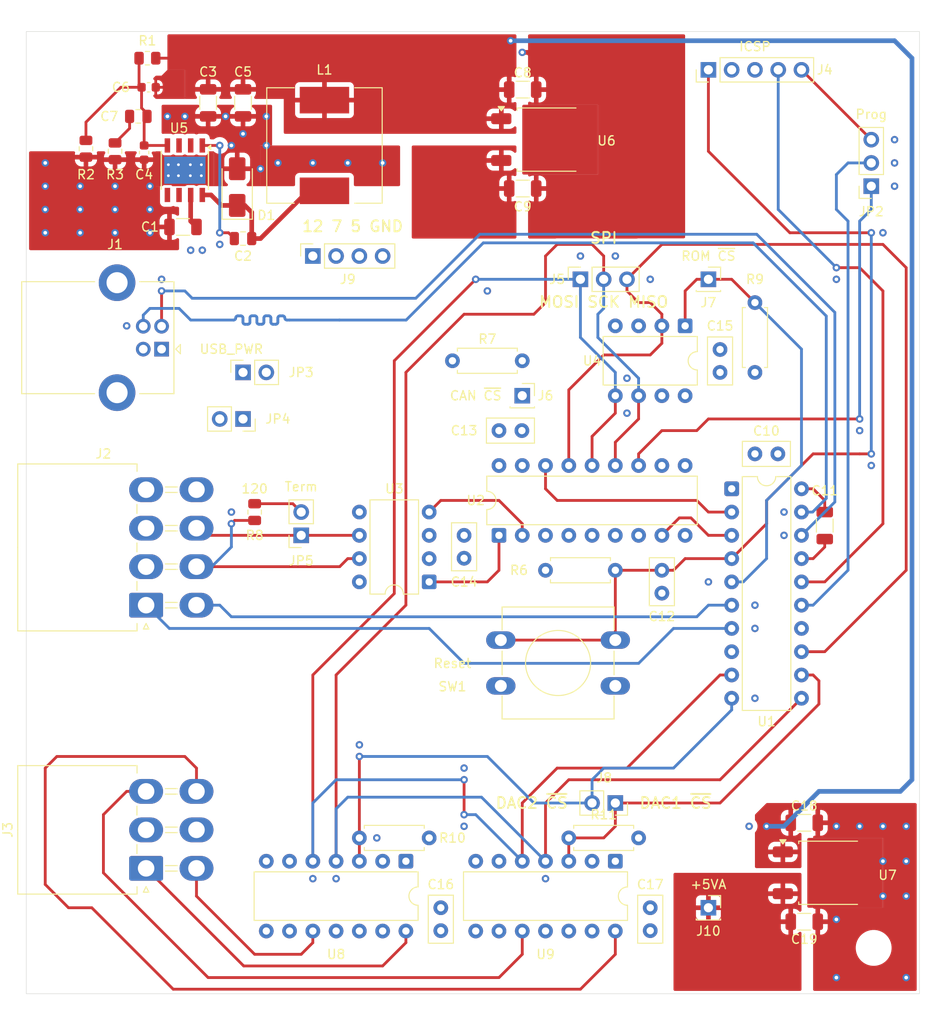
<source format=kicad_pcb>
(kicad_pcb (version 20241229) (generator "pcbnew") (generator_version "9.0")
  (title_block (title "CAN Gauge Interface") (date "2025-09-27") (rev "0.1") (company "Sam Anthony"))
  (layers (0 "F.Cu" signal) (4 "In1.Cu" signal) (6 "In2.Cu" signal) (2 "B.Cu" power) (13 "F.Paste" user) (15 "B.Paste" user) (5 "F.SilkS" user "F.Silkscreen") (7 "B.SilkS" user "B.Silkscreen") (1 "F.Mask" user) (3 "B.Mask" user) (25 "Edge.Cuts" user))
  (net 0 "")
  (net 1 "GND")
  (net 2 "+12V")
  (net 3 "Net-(U5-BOOT)")
  (net 4 "+7V")
  (net 5 "Net-(C7-Pad2)")
  (net 6 "+5V")
  (net 7 "Net-(U1-Vusb3v3)")
  (net 8 "/~{MCLR}")
  (net 9 "+5VA")
  (net 10 "/USB_D+")
  (net 11 "/USB_D-")
  (net 12 "VBUS")
  (net 15 "/CAN_L")
  (net 16 "/Speed")
  (net 17 "/Tach")
  (net 18 "/CAN_H")
  (net 19 "/AN4")
  (net 20 "/AN2")
  (net 21 "/AN3")
  (net 22 "/AN1")
  (net 23 "/ICSP_CLK")
  (net 24 "/ICSP_DAT")
  (net 25 "/SCK")
  (net 26 "/MOSI")
  (net 27 "/MISO")
  (net 28 "/CAN_~{CS}")
  (net 29 "/ROM_~{CS}")
  (net 30 "/DAC2_~{CS}")
  (net 31 "/DAC1_~{CS}")
  (net 32 "/INT{slash}ICSP_CLK")
  (net 33 "/INT")
  (net 34 "Net-(JP5-B)")
  (net 36 "/CLK")
  (net 39 "/CAN_RX")
  (net 40 "/CAN_TX")
  (net 53 "/PH")
  (net 54 "/sense")
  (footprint "Connector_PinSocket_2.54mm:PinSocket_1x01_P2.54mm_Vertical" (layer "F.Cu") (at 124.46 129.54)
    (property "Reference" "J7")
    (property "Value" "ROM ~{CS}")
  )
  (footprint "Capacitor_SMD:C_1206_3216Metric" (layer "F.Cu") (at 104.189 119.634)
    (property "Reference" "C9")
    (property "Value" "10u" (hide yes))
  )
  (footprint "Capacitor_SMD:C_0805_2012Metric" (layer "F.Cu") (at 62.23 111.76 180)
    (property "Reference" "C7")
    (property "Value" "47n" (hide yes))
  )
  (footprint "Connector_PinSocket_2.54mm:PinSocket_1x04_P2.54mm_Vertical" (layer "F.Cu") (at 81.28 127 90)
    (property "Reference" "J9")
    (property "Value" "Conn_01x04_Socket" (hide yes))
  )
  (footprint "MountingHole:MountingHole_3.2mm_M3_DIN965" (layer "F.Cu") (at 55 202.5)
    (property "Reference" "H1" (hide yes))
    (property "Value" "MountingHole" (hide yes))
  )
  (footprint "Capacitor_SMD:C_1206_3216Metric" (layer "F.Cu") (at 134.923 199.644)
    (property "Reference" "C19")
    (property "Value" "10u" (hide yes))
  )
  (footprint "Resistor_THT:R_Axial_DIN0207_L6.3mm_D2.5mm_P7.62mm_Horizontal" (layer "F.Cu") (at 93.98 190.5 180)
    (property "Reference" "R10")
    (property "Value" "10k" (hide yes))
  )
  (footprint "Capacitor_SMD:C_1206_3216Metric" (layer "F.Cu") (at 134.923 188.849)
    (property "Reference" "C18")
    (property "Value" "10u" (hide yes))
  )
  (footprint "Package_TO_SOT_SMD:TO-252-2" (layer "F.Cu") (at 106.894 114.294)
    (property "Reference" "U6")
    (property "Value" "L78M05AB" (hide yes))
  )
  (footprint "Capacitor_THT:C_Disc_D5.0mm_W2.5mm_P2.50mm" (layer "F.Cu") (at 95.25 198.12 -90)
    (property "Reference" "C16")
    (property "Value" "100n" (hide yes))
  )
  (footprint "MountingHole:MountingHole_3.2mm_M3_DIN965" (layer "F.Cu") (at 142.5 202.5)
    (property "Reference" "H2" (hide yes))
    (property "Value" "MountingHole" (hide yes))
  )
  (footprint "Capacitor_SMD:C_0603_1608Metric" (layer "F.Cu") (at 62.865 115.71 -90)
    (property "Reference" "C4")
    (property "Value" "220p" (hide yes))
  )
  (footprint "Connector_Molex:Molex_Mini-Fit_Jr_5569-06A2_2x03_P4.20mm_Horizontal" (layer "F.Cu") (at 63.08 193.82 90)
    (property "Reference" "J3")
    (property "Value" "Analog")
  )
  (footprint "Resistor_SMD:R_0805_2012Metric" (layer "F.Cu") (at 63.2225 105.41)
    (property "Reference" "R1")
    (property "Value" "10k" (hide yes))
  )
  (footprint "Connector_USB:USB_B_Lumberg_2411_02_Horizontal" (layer "F.Cu") (at 64.77 137.16 180)
    (property "Reference" "J1")
    (property "Value" "USB_B" (hide yes))
  )
  (footprint "Connector_PinSocket_2.54mm:PinSocket_1x02_P2.54mm_Vertical" (layer "F.Cu") (at 80.01 157.48 180)
    (property "Reference" "JP5")
    (property "Value" "Term")
  )
  (footprint "Capacitor_SMD:C_0603_1608Metric" (layer "F.Cu") (at 63.36 108.585)
    (property "Reference" "C6")
    (property "Value" "3300p" (hide yes))
  )
  (footprint "Inductor_SMD:L_12x12mm_H8mm" (layer "F.Cu") (at 82.55 114.935 90)
    (property "Reference" "L1")
    (property "Value" "150u" (hide yes))
  )
  (footprint "MountingHole:MountingHole_3.2mm_M3_DIN965" (layer "F.Cu") (at 55 107.5)
    (property "Reference" "H4" (hide yes))
    (property "Value" "MountingHole" (hide yes))
  )
  (footprint "Resistor_SMD:R_0805_2012Metric" (layer "F.Cu") (at 56.515 115.2925 -90)
    (property "Reference" "R2")
    (property "Value" "3k24" (hide yes))
  )
  (footprint "Resistor_THT:R_Axial_DIN0207_L6.3mm_D2.5mm_P7.62mm_Horizontal" (layer "F.Cu") (at 106.68 161.29)
    (property "Reference" "R6")
    (property "Value" "10k" (hide yes))
  )
  (footprint "Connector_PinSocket_2.54mm:PinSocket_1x02_P2.54mm_Vertical" (layer "F.Cu") (at 114.3 186.69 -90)
    (property "Reference" "J8")
    (property "Value" "DAC ~{CS}" (hide yes))
  )
  (footprint "Button_Switch_THT:SW_PUSH-12mm" (layer "F.Cu") (at 114.3 173.91 180)
    (property "Reference" "SW1")
    (property "Value" "Reset")
  )
  (footprint "Capacitor_SMD:C_1206_3216Metric" (layer "F.Cu") (at 69.85 110.285 -90)
    (property "Reference" "C3")
    (property "Value" "22u" (hide yes))
  )
  (footprint "Connector_PinSocket_2.54mm:PinSocket_1x01_P2.54mm_Vertical" (layer "F.Cu") (at 104.14 142.24)
    (property "Reference" "J6")
    (property "Value" "CAN ~{CS}")
  )
  (footprint "Resistor_THT:R_Axial_DIN0207_L6.3mm_D2.5mm_P7.62mm_Horizontal" (layer "F.Cu") (at 129.54 139.7 90)
    (property "Reference" "R9")
    (property "Value" "10k" (hide yes))
  )
  (footprint "Connector_PinSocket_2.54mm:PinSocket_1x03_P2.54mm_Vertical" (layer "F.Cu") (at 142.24 119.38 180)
    (property "Reference" "JP2")
    (property "Value" "Prog")
  )
  (footprint "Package_DIP:DIP-14_W7.62mm" (layer "F.Cu") (at 91.44 193.04 -90)
    (property "Reference" "U8")
    (property "Value" "MCP4912" (hide yes))
  )
  (footprint "Diode_SMD:D_SMA" (layer "F.Cu") (at 73.025 119.475 90)
    (property "Reference" "D1")
    (property "Value" "SS34" (hide yes))
  )
  (footprint "Connector_Molex:Molex_Mini-Fit_Jr_5569-08A2_2x04_P4.20mm_Horizontal" (layer "F.Cu") (at 63.08 165.1 90)
    (property "Reference" "J2")
    (property "Value" "Conn_02x04_Top_Bottom" (hide yes))
  )
  (footprint "Resistor_SMD:R_0805_2012Metric" (layer "F.Cu") (at 59.69 115.57 -90)
    (property "Reference" "R3")
    (property "Value" "2k7" (hide yes))
  )
  (footprint "Package_DIP:DIP-8_W7.62mm" (layer "F.Cu") (at 93.98 162.56 180)
    (property "Reference" "U3")
    (property "Value" "MCP2561-E-P" (hide yes))
  )
  (footprint "Resistor_THT:R_Axial_DIN0207_L6.3mm_D2.5mm_P7.62mm_Horizontal" (layer "F.Cu") (at 96.52 138.43)
    (property "Reference" "R7")
    (property "Value" "10k" (hide yes))
  )
  (footprint "Capacitor_SMD:C_1206_3216Metric" (layer "F.Cu") (at 73.66 110.285 -90)
    (property "Reference" "C5")
    (property "Value" "22u" (hide yes))
  )
  (footprint "Connector_PinHeader_2.54mm:PinHeader_1x05_P2.54mm_Vertical" (layer "F.Cu") (at 124.46 106.68 90)
    (property "Reference" "J4")
    (property "Value" "ICSP")
  )
  (footprint "Capacitor_THT:C_Disc_D5.0mm_W2.5mm_P2.50mm" (layer "F.Cu") (at 97.79 159.98 90)
    (property "Reference" "C14")
    (property "Value" "100n" (hide yes))
  )
  (footprint "Connector_PinSocket_2.54mm:PinSocket_1x03_P2.54mm_Vertical" (layer "F.Cu") (at 110.49 129.54 90)
    (property "Reference" "J5")
    (property "Value" "SPI Debug" (hide yes))
  )
  (footprint "Connector_PinSocket_2.54mm:PinSocket_1x02_P2.54mm_Vertical" (layer "F.Cu") (at 73.66 144.78 -90)
    (property "Reference" "JP4")
    (property "Value" "USB_PWR" (hide yes))
  )
  (footprint "Capacitor_SMD:C_1206_3216Metric" (layer "F.Cu") (at 104.189 108.839)
    (property "Reference" "C8")
    (property "Value" "10u" (hide yes))
  )
  (footprint "Connector_PinSocket_2.54mm:PinSocket_1x01_P2.54mm_Vertical" (layer "F.Cu") (at 124.46 198.12)
    (property "Reference" "J10")
    (property "Value" "+5VA")
  )
  (footprint "Package_DIP:DIP-20_W7.62mm" (layer "F.Cu") (at 127 152.4)
    (property "Reference" "U1")
    (property "Value" "PIC16F1459-IP" (hide yes))
  )
  (footprint "Capacitor_SMD:C_0805_2012Metric" (layer "F.Cu") (at 73.66 125.095)
    (property "Reference" "C2")
    (property "Value" "10n" (hide yes))
  )
  (footprint "Package_SO:TI_SO-PowerPAD-8_ThermalVias" (layer "F.Cu") (at 67.31 117.635 -90)
    (property "Reference" "U5")
    (property "Value" "TPS5430DDA" (hide yes))
  )
  (footprint "Capacitor_THT:C_Disc_D5.0mm_W2.5mm_P2.50mm" (layer "F.Cu") (at 119.38 161.29 -90)
    (property "Reference" "C12")
    (property "Value" "100n" (hide yes))
  )
  (footprint "Capacitor_THT:C_Disc_D5.0mm_W2.5mm_P2.50mm" (layer "F.Cu") (at 118.11 198.12 -90)
    (property "Reference" "C17")
    (property "Value" "100n" (hide yes))
  )
  (footprint "Resistor_SMD:R_0805_2012Metric" (layer "F.Cu") (at 74.93 154.94 -90)
    (property "Reference" "R8")
    (property "Value" "120")
  )
  (footprint "Capacitor_THT:C_Disc_D5.0mm_W2.5mm_P2.50mm" (layer "F.Cu") (at 129.54 148.59)
    (property "Reference" "C10")
    (property "Value" "100n" (hide yes))
  )
  (footprint "MountingHole:MountingHole_3.2mm_M3_DIN965" (layer "F.Cu") (at 142.5 107.5)
    (property "Reference" "H3" (hide yes))
    (property "Value" "MountingHole" (hide yes))
  )
  (footprint "Capacitor_THT:C_Disc_D5.0mm_W2.5mm_P2.50mm" (layer "F.Cu") (at 104.1 146.05 180)
    (property "Reference" "C13")
    (property "Value" "100n" (hide yes))
  )
  (footprint "Resistor_THT:R_Axial_DIN0207_L6.3mm_D2.5mm_P7.62mm_Horizontal" (layer "F.Cu") (at 116.84 190.5 180)
    (property "Reference" "R11")
    (property "Value" "10k" (hide yes))
  )
  (footprint "Connector_PinSocket_2.54mm:PinSocket_1x02_P2.54mm_Vertical" (layer "F.Cu") (at 73.66 139.7 90)
    (property "Reference" "JP3")
    (property "Value" "USB_PWR")
  )
  (footprint "Package_DIP:DIP-18_W7.62mm" (layer "F.Cu") (at 101.6 157.48 90)
    (property "Reference" "U2")
    (property "Value" "MCP2515-I/P" (hide yes))
  )
  (footprint "Capacitor_SMD:C_1206_3216Metric" (layer "F.Cu") (at 137.16 156.415 90)
    (property "Reference" "C11")
    (property "Value" "1u" (hide yes))
  )
  (footprint "Package_DIP:DIP-8_W7.62mm" (layer "F.Cu") (at 121.92 134.62 -90)
    (property "Reference" "U4")
    (property "Value" "25LC160C" (hide yes))
  )
  (footprint "Package_TO_SOT_SMD:TO-252-2" (layer "F.Cu") (at 137.628 194.304)
    (property "Reference" "U7")
    (property "Value" "L78M05AB" (hide yes))
  )
  (footprint "Capacitor_SMD:C_1206_3216Metric" (layer "F.Cu") (at 67.105 123.825 180)
    (property "Reference" "C1")
    (property "Value" "22u" (hide yes))
  )
  (footprint "Capacitor_THT:C_Disc_D5.0mm_W2.5mm_P2.50mm" (layer "F.Cu") (at 125.73 137.2 -90)
    (property "Reference" "C15")
    (property "Value" "100n" (hide yes))
  )
  (footprint "Package_DIP:DIP-14_W7.62mm" (layer "F.Cu") (at 114.3 193.04 -90)
    (property "Reference" "U9")
    (property "Value" "MCP4912" (hide yes))
  )
  (gr_rect (start 50 102.5) (end 147.5 207.5) (stroke (width 0.05)) (fill no) (layer "Edge.Cuts"))
  (gr_text "12 7 5 GND" (at 80.01 124.46 0) (layer "F.SilkS") (effects (font (size 1.2 1.2) (thickness 0.2) (bold yes)) (justify left bottom)))
  (gr_text "SPI" (at 113.03 125.73 0) (layer "F.SilkS") (effects (font (size 1.2 1.2) (thickness 0.2) (bold yes)) (justify bottom)))
  (gr_text "DAC2 ~{CS}" (at 109.22 186.69 0) (layer "F.SilkS") (effects (font (size 1.2 1.2) (thickness 0.2) (bold yes)) (justify right)))
  (gr_text "DAC1 ~{CS}" (at 116.84 186.69 0) (layer "F.SilkS") (effects (font (size 1.2 1.2) (thickness 0.2) (bold yes)) (justify left)))
  (gr_text "MOSI SCK MISO" (at 113.03 132.715 0) (layer "F.SilkS") (effects (font (size 1.2 1.2) (thickness 0.2) (bold yes)) (justify bottom)))
  (segment (start 134.62 152.4) (end 135.89 152.4) (width 0.3048) (layer "F.Cu") (net 1))
  (segment (start 105.664 105.664) (end 105.664 108.839) (width 0.508) (layer "F.Cu") (net 1))
  (segment (start 104.14 104.775) (end 104.775 104.775) (width 0.508) (layer "F.Cu") (net 1))
  (segment (start 137.16 153.67) (end 137.16 154.94) (width 0.3048) (layer "F.Cu") (net 1))
  (segment (start 104.775 104.775) (end 105.664 105.664) (width 0.508) (layer "F.Cu") (net 1))
  (segment (start 135.89 152.4) (end 137.16 153.67) (width 0.3048) (layer "F.Cu") (net 1))
  (via (at 71.755 111.76) (size 0.8128) (drill 0.4) (layers "F.Cu" "B.Cu") (net 1))
  (via (at 73.66 113.665) (size 0.8128) (drill 0.4) (layers "F.Cu" "B.Cu") (net 1))
  (via (at 63.5 124.46) (size 0.8128) (drill 0.4) (layers "F.Cu" "B.Cu") (net 1))
  (via (at 144.78 116.84) (size 0.8128) (drill 0.4) (layers "F.Cu" "B.Cu") (net 1))
  (via (at 146.05 196.85) (size 0.8128) (drill 0.4) (layers "F.Cu" "B.Cu") (net 1))
  (via (at 118.11 129.54) (size 0.8128) (drill 0.4) (layers "F.Cu" "B.Cu") (net 1))
  (via (at 67.31 111.76) (size 0.8128) (drill 0.4) (layers "F.Cu" "B.Cu") (net 1))
  (via (at 88.265 190.5) (size 0.8128) (drill 0.4) (layers "F.Cu" "B.Cu") (net 1))
  (via (at 138.43 199.39) (size 0.8128) (drill 0.4) (layers "F.Cu" "B.Cu") (net 1))
  (via (at 69.215 126.365) (size 0.8128) (drill 0.4) (layers "F.Cu" "B.Cu") (net 1))
  (via (at 146.05 193.04) (size 0.8128) (drill 0.4) (layers "F.Cu" "B.Cu") (net 1))
  (via (at 143.51 189.23) (size 0.8128) (drill 0.4) (layers "F.Cu" "B.Cu") (net 1))
  (via (at 75.565 117.475) (size 0.8128) (drill 0.4) (layers "F.Cu" "B.Cu") (net 1))
  (via (at 104.14 104.775) (size 0.8128) (drill 0.4) (layers "F.Cu" "B.Cu") (net 1))
  (via (at 65.405 111.76) (size 0.8128) (drill 0.4) (layers "F.Cu" "B.Cu") (net 1))
  (via (at 55.88 121.92) (size 0.8128) (drill 0.4) (layers "F.Cu" "B.Cu") (net 1))
  (via (at 138.43 189.23) (size 0.8128) (drill 0.4) (layers "F.Cu" "B.Cu") (net 1))
  (via (at 110.49 127) (size 0.8128) (drill 0.4) (layers "F.Cu" "B.Cu") (net 1))
  (via (at 128.905 189.23) (size 0.8128) (drill 0.4) (layers "F.Cu" "B.Cu") (net 1))
  (via (at 142.24 149.86) (size 0.8128) (drill 0.4) (layers "F.Cu" "B.Cu") (net 1))
  (via (at 144.78 114.3) (size 0.8128) (drill 0.4) (layers "F.Cu" "B.Cu") (net 1))
  (via (at 132.715 157.48) (size 0.8128) (drill 0.4) (layers "F.Cu" "B.Cu") (net 1))
  (via (at 143.51 124.46) (size 0.8128) (drill 0.4) (layers "F.Cu" "B.Cu") (net 1))
  (via (at 129.54 165.1) (size 0.8128) (drill 0.4) (layers "F.Cu" "B.Cu") (net 1))
  (via (at 52.07 119.38) (size 0.8128) (drill 0.4) (layers "F.Cu" "B.Cu") (net 1))
  (via (at 146.05 205.74) (size 0.8128) (drill 0.4) (layers "F.Cu" "B.Cu") (net 1))
  (via (at 59.69 121.92) (size 0.8128) (drill 0.4) (layers "F.Cu" "B.Cu") (net 1))
  (via (at 115.57 140.335) (size 0.8128) (drill 0.4) (layers "F.Cu" "B.Cu") (net 1))
  (via (at 55.88 119.38) (size 0.8128) (drill 0.4) (layers "F.Cu" "B.Cu") (net 1))
  (via (at 106.68 194.945) (size 0.8128) (drill 0.4) (layers "F.Cu" "B.Cu") (net 1))
  (via (at 76.2 114.935) (size 0.8128) (drill 0.4) (layers "F.Cu" "B.Cu") (net 1))
  (via (at 140.97 189.23) (size 0.8128) (drill 0.4) (layers "F.Cu" "B.Cu") (net 1))
  (via (at 60.96 134.62) (size 0.8128) (drill 0.4) (layers "F.Cu" "B.Cu") (net 1))
  (via (at 115.57 144.145) (size 0.8128) (drill 0.4) (layers "F.Cu" "B.Cu") (net 1))
  (via (at 71.12 125.73) (size 0.8128) (drill 0.4) (layers "F.Cu" "B.Cu") (net 1))
  (via (at 88.9 116.84) (size 0.8128) (drill 0.4) (layers "F.Cu" "B.Cu") (net 1))
  (via (at 138.43 205.74) (size 0.8128) (drill 0.4) (layers "F.Cu" "B.Cu") (net 1))
  (via (at 100.33 130.81) (size 0.8128) (drill 0.4) (layers "F.Cu" "B.Cu") (net 1))
  (via (at 52.07 116.84) (size 0.8128) (drill 0.4) (layers "F.Cu" "B.Cu") (net 1))
  (via (at 72.39 114.935) (size 0.8128) (drill 0.4) (layers "F.Cu" "B.Cu") (net 1))
  (via (at 64.77 129.54) (size 0.8128) (drill 0.4) (layers "F.Cu" "B.Cu") (net 1))
  (via (at 63.5 121.92) (size 0.8128) (drill 0.4) (layers "F.Cu" "B.Cu") (net 1))
  (via (at 97.79 189.23) (size 0.8128) (drill 0.4) (layers "F.Cu" "B.Cu") (net 1))
  (via (at 52.07 124.46) (size 0.8128) (drill 0.4) (layers "F.Cu" "B.Cu") (net 1))
  (via (at 144.78 119.38) (size 0.8128) (drill 0.4) (layers "F.Cu" "B.Cu") (net 1))
  (via (at 83.82 194.945) (size 0.8128) (drill 0.4) (layers "F.Cu" "B.Cu") (net 1))
  (via (at 138.43 129.54) (size 0.8128) (drill 0.4) (layers "F.Cu" "B.Cu") (net 1))
  (via (at 146.05 189.23) (size 0.8128) (drill 0.4) (layers "F.Cu" "B.Cu") (net 1))
  (via (at 72.39 154.94) (size 0.8128) (drill 0.4) (layers "F.Cu" "B.Cu") (net 1))
  (via (at 59.69 119.38) (size 0.8128) (drill 0.4) (layers "F.Cu" "B.Cu") (net 1))
  (via (at 129.54 175.26) (size 0.8128) (drill 0.4) (layers "F.Cu" "B.Cu") (net 1))
  (via (at 81.28 194.945) (size 0.8128) (drill 0.4) (layers "F.Cu" "B.Cu") (net 1))
  (via (at 97.79 182.88) (size 0.8128) (drill 0.4) (layers "F.Cu" "B.Cu") (net 1))
  (via (at 124.46 162.56) (size 0.8128) (drill 0.4) (layers "F.Cu" "B.Cu") (net 1))
  (via (at 55.88 124.46) (size 0.8128) (drill 0.4) (layers "F.Cu" "B.Cu") (net 1))
  (via (at 132.715 154.94) (size 0.8128) (drill 0.4) (layers "F.Cu" "B.Cu") (net 1))
  (via (at 143.51 196.85) (size 0.8128) (drill 0.4) (layers "F.Cu" "B.Cu") (net 1))
  (via (at 63.5 119.38) (size 0.8128) (drill 0.4) (layers "F.Cu" "B.Cu") (net 1))
  (via (at 59.69 124.46) (size 0.8128) (drill 0.4) (layers "F.Cu" "B.Cu") (net 1))
  (via (at 76.2 111.76) (size 0.8128) (drill 0.4) (layers "F.Cu" "B.Cu") (net 1))
  (via (at 77.47 116.84) (size 0.8128) (drill 0.4) (layers "F.Cu" "B.Cu") (net 1))
  (via (at 86.36 180.34) (size 0.8128) (drill 0.4) (layers "F.Cu" "B.Cu") (net 1))
  (via (at 129.54 167.64) (size 0.8128) (drill 0.4) (layers "F.Cu" "B.Cu") (net 1))
  (via (at 143.51 193.04) (size 0.8128) (drill 0.4) (layers "F.Cu" "B.Cu") (net 1))
  (via (at 81.28 116.84) (size 0.8128) (drill 0.4) (layers "F.Cu" "B.Cu") (net 1))
  (via (at 52.07 121.92) (size 0.8128) (drill 0.4) (layers "F.Cu" "B.Cu") (net 1))
  (via (at 85.09 116.84) (size 0.8128) (drill 0.4) (layers "F.Cu" "B.Cu") (net 1))
  (via (at 114.3 127) (size 0.8128) (drill 0.4) (layers "F.Cu" "B.Cu") (net 1))
  (via (at 140.97 146.05) (size 0.8128) (drill 0.4) (layers "F.Cu" "B.Cu") (net 1))
  (segment (start 67.945 123.19) (end 68.58 123.825) (width 0.508) (layer "F.Cu") (net 2))
  (segment (start 67.945 120.335) (end 67.945 123.19) (width 0.508) (layer "F.Cu") (net 2))
  (via (at 67.945 126.365) (size 0.8128) (drill 0.4) (layers "F.Cu" "B.Cu") (net 2))
  (segment (start 69.215 114.935) (end 71.12 114.935) (width 0.3048) (layer "F.Cu") (net 3))
  (segment (start 72.075 124.46) (end 72.71 125.095) (width 0.3048) (layer "F.Cu") (net 3))
  (segment (start 71.12 124.46) (end 72.075 124.46) (width 0.3048) (layer "F.Cu") (net 3))
  (via (at 71.12 114.935) (size 0.8128) (drill 0.4) (layers "F.Cu" "B.Cu") (net 3))
  (via (at 71.12 124.46) (size 0.8128) (drill 0.4) (layers "F.Cu" "B.Cu") (net 3))
  (segment (start 71.12 114.935) (end 71.12 124.46) (width 0.3048) (layer "B.Cu") (net 3))
  (segment (start 102.714 103.661) (end 102.87 103.505) (width 0.508) (layer "F.Cu") (net 4))
  (segment (start 69.85 107.315) (end 69.85 108.81) (width 0.3048) (layer "F.Cu") (net 4))
  (segment (start 102.714 108.839) (end 102.714 103.661) (width 0.508) (layer "F.Cu") (net 4))
  (segment (start 64.135 105.41) (end 67.945 105.41) (width 0.3048) (layer "F.Cu") (net 4))
  (segment (start 67.945 105.41) (end 69.85 107.315) (width 0.3048) (layer "F.Cu") (net 4))
  (via (at 102.87 103.505) (size 0.8128) (drill 0.4) (layers "F.Cu" "B.Cu") (net 4))
  (via (at 130.81 189.23) (size 0.8128) (drill 0.4) (layers "F.Cu" "B.Cu") (net 4))
  (segment (start 146.685 105.41) (end 146.685 184.15) (width 0.508) (layer "B.Cu") (net 4))
  (segment (start 102.87 103.505) (end 144.78 103.505) (width 0.508) (layer "B.Cu") (net 4))
  (segment (start 144.78 103.505) (end 146.685 105.41) (width 0.508) (layer "B.Cu") (net 4))
  (segment (start 146.685 184.15) (end 145.415 185.42) (width 0.508) (layer "B.Cu") (net 4))
  (segment (start 136.525 185.42) (end 132.715 189.23) (width 0.508) (layer "B.Cu") (net 4))
  (segment (start 145.415 185.42) (end 136.525 185.42) (width 0.508) (layer "B.Cu") (net 4))
  (segment (start 132.715 189.23) (end 130.81 189.23) (width 0.508) (layer "B.Cu") (net 4))
  (segment (start 61.28 113.0675) (end 59.69 114.6575) (width 0.3048) (layer "F.Cu") (net 5))
  (segment (start 61.28 111.76) (end 61.28 113.0675) (width 0.3048) (layer "F.Cu") (net 5))
  (segment (start 137.16 158.75) (end 137.16 157.89) (width 0.3048) (layer "F.Cu") (net 7))
  (segment (start 135.89 160.02) (end 137.16 158.75) (width 0.3048) (layer "F.Cu") (net 7))
  (segment (start 134.62 160.02) (end 135.89 160.02) (width 0.3048) (layer "F.Cu") (net 7))
  (segment (start 130.81 153.67) (end 135.89 148.59) (width 0.3048) (layer "F.Cu") (net 8))
  (segment (start 135.89 148.59) (end 140.97 148.59) (width 0.3048) (layer "F.Cu") (net 8))
  (segment (start 120.65 161.29) (end 119.38 161.29) (width 0.3048) (layer "F.Cu") (net 8))
  (segment (start 130.81 156.21) (end 130.81 153.67) (width 0.3048) (layer "F.Cu") (net 8))
  (segment (start 119.38 161.29) (end 114.3 161.29) (width 0.3048) (layer "F.Cu") (net 8))
  (segment (start 133.35 124.46) (end 124.46 115.57) (width 0.3048) (layer "F.Cu") (net 8))
  (segment (start 140.97 148.59) (end 142.24 148.59) (width 0.3048) (layer "F.Cu") (net 8))
  (segment (start 121.92 160.02) (end 120.65 161.29) (width 0.3048) (layer "F.Cu") (net 8))
  (segment (start 114.3 168.91) (end 101.8 168.91) (width 0.3048) (layer "F.Cu") (net 8))
  (segment (start 124.46 115.57) (end 124.46 106.68) (width 0.3048) (layer "F.Cu") (net 8))
  (segment (start 142.24 124.46) (end 133.35 124.46) (width 0.3048) (layer "F.Cu") (net 8))
  (segment (start 114.3 161.29) (end 114.3 168.91) (width 0.3048) (layer "F.Cu") (net 8))
  (segment (start 127 160.02) (end 121.92 160.02) (width 0.3048) (layer "F.Cu") (net 8))
  (segment (start 127 160.02) (end 130.81 156.21) (width 0.3048) (layer "F.Cu") (net 8))
  (via (at 142.24 124.46) (size 0.8128) (drill 0.4) (layers "F.Cu" "B.Cu") (net 8))
  (via (at 142.24 148.59) (size 0.8128) (drill 0.4) (layers "F.Cu" "B.Cu") (net 8))
  (segment (start 142.24 148.59) (end 142.24 124.46) (width 0.3048) (layer "B.Cu") (net 8))
  (segment (start 77.461574 134.216077) (end 77.461574 133.985) (width 0.3048) (layer "B.Cu") (net 10))
  (segment (start 76.168649 133.522849) (end 76.468499 133.522849) (width 0.3048) (layer "B.Cu") (net 10))
  (segment (start 73.88265 134.447153) (end 74.182498 134.447153) (width 0.3048) (layer "B.Cu") (net 10))
  (segment (start 137.3251 153.445822) (end 135.830922 154.94) (width 0.3048) (layer "B.Cu") (net 10))
  (segment (start 84.179101 133.985) (end 91.46954 133.985) (width 0.3048) (layer "B.Cu") (net 10))
  (segment (start 129.34536 125.5649) (end 137.3251 133.54464) (width 0.3048) (layer "B.Cu") (net 10))
  (segment (start 76.93065 134.447153) (end 77.230498 134.447153) (width 0.3048) (layer "B.Cu") (net 10))
  (segment (start 74.413574 133.985) (end 74.413574 133.753923) (width 0.3048) (layer "B.Cu") (net 10))
  (segment (start 76.699574 133.753924) (end 76.699574 133.985) (width 0.3048) (layer "B.Cu") (net 10))
  (segment (start 91.46954 133.985) (end 99.88964 125.5649) (width 0.3048) (layer "B.Cu") (net 10))
  (segment (start 78.731574 133.985) (end 84.179101 133.985) (width 0.3048) (layer "B.Cu") (net 10))
  (segment (start 62.77 133.445) (end 63.5 132.715) (width 0.3048) (layer "B.Cu") (net 10))
  (segment (start 75.40665 134.447152) (end 75.706498 134.447152) (width 0.3048) (layer "B.Cu") (net 10))
  (segment (start 73.651574 133.985) (end 73.651574 134.216077) (width 0.3048) (layer "B.Cu") (net 10))
  (segment (start 77.689051 133.530046) (end 77.996097 133.530046) (width 0.3048) (layer "B.Cu") (net 10))
  (segment (start 63.5 132.715) (end 66.675 132.715) (width 0.3048) (layer "B.Cu") (net 10))
  (segment (start 75.937574 133.985) (end 75.937574 133.753924) (width 0.3048) (layer "B.Cu") (net 10))
  (segment (start 62.77 134.66) (end 62.77 133.445) (width 0.3048) (layer "B.Cu") (net 10))
  (segment (start 75.175574 133.985) (end 75.175574 134.216076) (width 0.3048) (layer "B.Cu") (net 10))
  (segment (start 75.937574 134.216076) (end 75.937574 133.985) (width 0.3048) (layer "B.Cu") (net 10))
  (segment (start 67.945 133.985) (end 72.635574 133.985) (width 0.3048) (layer "B.Cu") (net 10))
  (segment (start 99.88964 125.5649) (end 129.34536 125.5649) (width 0.3048) (layer "B.Cu") (net 10))
  (segment (start 74.413574 134.216077) (end 74.413574 133.985) (width 0.3048) (layer "B.Cu") (net 10))
  (segment (start 73.090478 133.530096) (end 73.424122 133.530096) (width 0.3048) (layer "B.Cu") (net 10))
  (segment (start 76.699574 133.985) (end 76.699574 134.216077) (width 0.3048) (layer "B.Cu") (net 10))
  (segment (start 74.64465 133.522847) (end 74.944498 133.522847) (width 0.3048) (layer "B.Cu") (net 10))
  (segment (start 73.651574 133.757548) (end 73.651574 133.985) (width 0.3048) (layer "B.Cu") (net 10))
  (segment (start 137.3251 133.54464) (end 137.3251 153.445822) (width 0.3048) (layer "B.Cu") (net 10))
  (segment (start 77.461574 133.985) (end 77.461574 133.757523) (width 0.3048) (layer "B.Cu") (net 10))
  (segment (start 135.830922 154.94) (end 134.62 154.94) (width 0.3048) (layer "B.Cu") (net 10))
  (segment (start 66.675 132.715) (end 67.945 133.985) (width 0.3048) (layer "B.Cu") (net 10))
  (segment (start 78.451051 133.985) (end 78.731574 133.985) (width 0.3048) (layer "B.Cu") (net 10))
  (segment (start 75.175574 133.753923) (end 75.175574 133.985) (width 0.3048) (layer "B.Cu") (net 10))
  (arc (start 75.937574 133.753924) (mid 76.005254 133.590529) (end 76.168649 133.522849) (width 0.3048) (layer "B.Cu") (net 10))
  (arc (start 76.468499 133.522849) (mid 76.631894 133.590529) (end 76.699574 133.753924) (width 0.3048) (layer "B.Cu") (net 10))
  (arc (start 72.635574 133.985) (mid 72.796407 133.918381) (end 72.863026 133.757548) (width 0.3048) (layer "B.Cu") (net 10))
  (arc (start 77.230498 134.447153) (mid 77.393893 134.379472) (end 77.461574 134.216077) (width 0.3048) (layer "B.Cu") (net 10))
  (arc (start 78.223574 133.757523) (mid 78.2902 133.918374) (end 78.451051 133.985) (width 0.3048) (layer "B.Cu") (net 10))
  (arc (start 77.461574 133.757523) (mid 77.5282 133.596672) (end 77.689051 133.530046) (width 0.3048) (layer "B.Cu") (net 10))
  (arc (start 76.699574 134.216077) (mid 76.767255 134.379472) (end 76.93065 134.447153) (width 0.3048) (layer "B.Cu") (net 10))
  (arc (start 74.413574 133.753923) (mid 74.481255 133.590528) (end 74.64465 133.522847) (width 0.3048) (layer "B.Cu") (net 10))
  (arc (start 75.175574 134.216076) (mid 75.243255 134.379471) (end 75.40665 134.447152) (width 0.3048) (layer "B.Cu") (net 10))
  (arc (start 75.706498 134.447152) (mid 75.869893 134.379471) (end 75.937574 134.216076) (width 0.3048) (layer "B.Cu") (net 10))
  (arc (start 74.944498 133.522847) (mid 75.107893 133.590528) (end 75.175574 133.753923) (width 0.3048) (layer "B.Cu") (net 10))
  (arc (start 77.996097 133.530046) (mid 78.156948 133.596672) (end 78.223574 133.757523) (width 0.3048) (layer "B.Cu") (net 10))
  (arc (start 72.863026 133.757548) (mid 72.929645 133.596715) (end 73.090478 133.530096) (width 0.3048) (layer "B.Cu") (net 10))
  (arc (start 73.651574 134.216077) (mid 73.719255 134.379472) (end 73.88265 134.447153) (width 0.3048) (layer "B.Cu") (net 10))
  (arc (start 74.182498 134.447153) (mid 74.345893 134.379472) (end 74.413574 134.216077) (width 0.3048) (layer "B.Cu") (net 10))
  (arc (start 73.424122 133.530096) (mid 73.584955 133.596715) (end 73.651574 133.757548) (width 0.3048) (layer "B.Cu") (net 10))
  (segment (start 64.77 130.81) (end 64.77 134.66) (width 0.3048) (layer "F.Cu") (net 11))
  (via (at 64.77 130.81) (size 0.8128) (drill 0.4) (layers "F.Cu" "B.Cu") (net 11))
  (segment (start 138.2649 153.8351) (end 138.2649 133.15536) (width 0.3048) (layer "B.Cu") (net 11))
  (segment (start 68.1101 131.6101) (end 67.31 130.81) (width 0.3048) (layer "B.Cu") (net 11))
  (segment (start 129.73464 124.6251) (end 99.50036 124.6251) (width 0.3048) (layer "B.Cu") (net 11))
  (segment (start 138.2649 133.15536) (end 129.73464 124.6251) (width 0.3048) (layer "B.Cu") (net 11))
  (segment (start 92.51536 131.6101) (end 68.1101 131.6101) (width 0.3048) (layer "B.Cu") (net 11))
  (segment (start 67.31 130.81) (end 64.77 130.81) (width 0.3048) (layer "B.Cu") (net 11))
  (segment (start 134.62 157.48) (end 138.2649 153.8351) (width 0.3048) (layer "B.Cu") (net 11))
  (segment (start 99.50036 124.6251) (end 92.51536 131.6101) (width 0.3048) (layer "B.Cu") (net 11))
  (segment (start 69.36 157.48) (end 68.58 156.7) (width 0.3048) (layer "F.Cu") (net 15))
  (segment (start 86.36 157.48) (end 80.01 157.48) (width 0.3048) (layer "F.Cu") (net 15))
  (segment (start 80.01 157.48) (end 69.36 157.48) (width 0.3048) (layer "F.Cu") (net 15))
  (segment (start 123.19 166.37) (end 72.39 166.37) (width 0.3048) (layer "B.Cu") (net 16))
  (segment (start 127 165.1) (end 124.46 165.1) (width 0.3048) (layer "B.Cu") (net 16))
  (segment (start 72.39 166.37) (end 71.12 165.1) (width 0.3048) (layer "B.Cu") (net 16))
  (segment (start 71.12 165.1) (end 68.58 165.1) (width 0.3048) (layer "B.Cu") (net 16))
  (segment (start 124.46 165.1) (end 123.19 166.37) (width 0.3048) (layer "B.Cu") (net 16))
  (segment (start 127 167.64) (end 120.65 167.64) (width 0.3048) (layer "B.Cu") (net 17))
  (segment (start 116.84 171.45) (end 97.79 171.45) (width 0.3048) (layer "B.Cu") (net 17))
  (segment (start 120.65 167.64) (end 116.84 171.45) (width 0.3048) (layer "B.Cu") (net 17))
  (segment (start 65.62 167.64) (end 63.08 165.1) (width 0.3048) (layer "B.Cu") (net 17))
  (segment (start 97.79 171.45) (end 93.98 167.64) (width 0.3048) (layer "B.Cu") (net 17))
  (segment (start 93.98 167.64) (end 65.62 167.64) (width 0.3048) (layer "B.Cu") (net 17))
  (segment (start 84.21 160.9) (end 68.58 160.9) (width 0.3048) (layer "F.Cu") (net 18))
  (segment (start 85.09 160.02) (end 84.21 160.9) (width 0.3048) (layer "F.Cu") (net 18))
  (segment (start 72.7475 155.8525) (end 72.39 156.21) (width 0.3048) (layer "F.Cu") (net 18))
  (segment (start 74.93 155.8525) (end 72.7475 155.8525) (width 0.3048) (layer "F.Cu") (net 18))
  (segment (start 86.36 160.02) (end 85.09 160.02) (width 0.3048) (layer "F.Cu") (net 18))
  (via (at 72.39 156.21) (size 0.8128) (drill 0.4) (layers "F.Cu" "B.Cu") (net 18))
  (segment (start 72.39 158.75) (end 70.24 160.9) (width 0.3048) (layer "B.Cu") (net 18))
  (segment (start 70.24 160.9) (end 68.58 160.9) (width 0.3048) (layer "B.Cu") (net 18))
  (segment (start 72.39 156.21) (end 72.39 158.75) (width 0.3048) (layer "B.Cu") (net 18))
  (segment (start 104.14 203.2) (end 101.6 205.74) (width 0.3048) (layer "F.Cu") (net 19))
  (segment (start 60.96 185.42) (end 63.08 185.42) (width 0.3048) (layer "F.Cu") (net 19))
  (segment (start 101.6 205.74) (end 69.85 205.74) (width 0.3048) (layer "F.Cu") (net 19))
  (segment (start 104.14 200.66) (end 104.14 203.2) (width 0.3048) (layer "F.Cu") (net 19))
  (segment (start 58.42 187.96) (end 60.96 185.42) (width 0.3048) (layer "F.Cu") (net 19))
  (segment (start 69.85 205.74) (end 58.42 194.31) (width 0.3048) (layer "F.Cu") (net 19))
  (segment (start 58.42 194.31) (end 58.42 187.96) (width 0.3048) (layer "F.Cu") (net 19))
  (segment (start 74.93 203.2) (end 68.58 196.85) (width 0.3048) (layer "F.Cu") (net 20))
  (segment (start 81.28 201.93) (end 80.01 203.2) (width 0.3048) (layer "F.Cu") (net 20))
  (segment (start 81.28 200.66) (end 81.28 201.93) (width 0.3048) (layer "F.Cu") (net 20))
  (segment (start 80.01 203.2) (end 74.93 203.2) (width 0.3048) (layer "F.Cu") (net 20))
  (segment (start 68.58 196.85) (end 68.58 193.82) (width 0.3048) (layer "F.Cu") (net 20))
  (segment (start 114.3 203.2) (end 110.49 207.01) (width 0.3048) (layer "F.Cu") (net 21))
  (segment (start 57.15 198.12) (end 54.61 198.12) (width 0.3048) (layer "F.Cu") (net 21))
  (segment (start 68.58 182.88) (end 68.58 185.42) (width 0.3048) (layer "F.Cu") (net 21))
  (segment (start 52.07 182.88) (end 53.34 181.61) (width 0.3048) (layer "F.Cu") (net 21))
  (segment (start 110.49 207.01) (end 66.04 207.01) (width 0.3048) (layer "F.Cu") (net 21))
  (segment (start 114.3 200.66) (end 114.3 203.2) (width 0.3048) (layer "F.Cu") (net 21))
  (segment (start 52.07 195.58) (end 52.07 182.88) (width 0.3048) (layer "F.Cu") (net 21))
  (segment (start 66.04 207.01) (end 57.15 198.12) (width 0.3048) (layer "F.Cu") (net 21))
  (segment (start 67.31 181.61) (end 68.58 182.88) (width 0.3048) (layer "F.Cu") (net 21))
  (segment (start 54.61 198.12) (end 52.07 195.58) (width 0.3048) (layer "F.Cu") (net 21))
  (segment (start 53.34 181.61) (end 67.31 181.61) (width 0.3048) (layer "F.Cu") (net 21))
  (segment (start 88.9 204.47) (end 73.73 204.47) (width 0.3048) (layer "F.Cu") (net 22))
  (segment (start 91.44 201.93) (end 88.9 204.47) (width 0.3048) (layer "F.Cu") (net 22))
  (segment (start 91.44 200.66) (end 91.44 201.93) (width 0.3048) (layer "F.Cu") (net 22))
  (segment (start 73.73 204.47) (end 63.08 193.82) (width 0.3048) (layer "F.Cu") (net 22))
  (segment (start 142.24 114.3) (end 134.62 106.68) (width 0.3048) (layer "F.Cu") (net 23))
  (segment (start 143.51 130.81) (end 140.97 128.27) (width 0.3048) (layer "F.Cu") (net 24))
  (segment (start 143.51 156.21) (end 143.51 130.81) (width 0.3048) (layer "F.Cu") (net 24))
  (segment (start 137.16 162.56) (end 143.51 156.21) (width 0.3048) (layer "F.Cu") (net 24))
  (segment (start 140.97 128.27) (end 138.43 128.27) (width 0.3048) (layer "F.Cu") (net 24))
  (segment (start 134.62 162.56) (end 137.16 162.56) (width 0.3048) (layer "F.Cu") (net 24))
  (via (at 138.43 128.27) (size 0.8128) (drill 0.4) (layers "F.Cu" "B.Cu") (net 24))
  (segment (start 132.08 121.92) (end 132.08 106.68) (width 0.3048) (layer "B.Cu") (net 24))
  (segment (start 138.43 128.27) (end 132.08 121.92) (width 0.3048) (layer "B.Cu") (net 24))
  (segment (start 91.44 165.1) (end 83.82 172.72) (width 0.3048) (layer "F.Cu") (net 25))
  (segment (start 113.03 129.54) (end 113.03 127) (width 0.3048) (layer "F.Cu") (net 25))
  (segment (start 83.82 172.72) (end 83.82 193.04) (width 0.3048) (layer "F.Cu") (net 25))
  (segment (start 105.41 133.35) (end 97.79 133.35) (width 0.3048) (layer "F.Cu") (net 25))
  (segment (start 125.73 184.15) (end 109.22 184.15) (width 0.3048) (layer "F.Cu") (net 25))
  (segment (start 107.95 125.73) (end 106.68 127) (width 0.3048) (layer "F.Cu") (net 25))
  (segment (start 97.79 133.35) (end 91.44 139.7) (width 0.3048) (layer "F.Cu") (net 25))
  (segment (start 113.03 127) (end 111.76 125.73) (width 0.3048) (layer "F.Cu") (net 25))
  (segment (start 106.68 127) (end 106.68 132.08) (width 0.3048) (layer "F.Cu") (net 25))
  (segment (start 106.68 186.69) (end 106.68 193.04) (width 0.3048) (layer "F.Cu") (net 25))
  (segment (start 91.44 139.7) (end 91.44 165.1) (width 0.3048) (layer "F.Cu") (net 25))
  (segment (start 111.76 125.73) (end 107.95 125.73) (width 0.3048) (layer "F.Cu") (net 25))
  (segment (start 114.3 147.32) (end 114.3 149.86) (width 0.3048) (layer "F.Cu") (net 25))
  (segment (start 116.84 144.78) (end 114.3 147.32) (width 0.3048) (layer "F.Cu") (net 25))
  (segment (start 116.84 142.24) (end 116.84 144.78) (width 0.3048) (layer "F.Cu") (net 25))
  (segment (start 106.68 132.08) (end 105.41 133.35) (width 0.3048) (layer "F.Cu") (net 25))
  (segment (start 109.22 184.15) (end 106.68 186.69) (width 0.3048) (layer "F.Cu") (net 25))
  (segment (start 134.62 175.26) (end 125.73 184.15) (width 0.3048) (layer "F.Cu") (net 25))
  (segment (start 99.695 186.055) (end 106.68 193.04) (width 0.3048) (layer "B.Cu") (net 25))
  (segment (start 112.395 135.89) (end 112.395 133.35) (width 0.3048) (layer "B.Cu") (net 25))
  (segment (start 83.82 193.04) (end 83.82 187.325) (width 0.3048) (layer "B.Cu") (net 25))
  (segment (start 83.82 187.325) (end 85.09 186.055) (width 0.3048) (layer "B.Cu") (net 25))
  (segment (start 116.84 142.24) (end 116.84 140.335) (width 0.3048) (layer "B.Cu") (net 25))
  (segment (start 112.395 133.35) (end 113.03 132.715) (width 0.3048) (layer "B.Cu") (net 25))
  (segment (start 116.84 140.335) (end 112.395 135.89) (width 0.3048) (layer "B.Cu") (net 25))
  (segment (start 85.09 186.055) (end 99.695 186.055) (width 0.3048) (layer "B.Cu") (net 25))
  (segment (start 113.03 132.715) (end 113.03 129.54) (width 0.3048) (layer "B.Cu") (net 25))
  (segment (start 127 172.72) (end 125.73 172.72) (width 0.3048) (layer "F.Cu") (net 26))
  (segment (start 90.17 163.83) (end 90.17 138.43) (width 0.3048) (layer "F.Cu") (net 26))
  (segment (start 97.79 187.96) (end 97.79 184.15) (width 0.3048) (layer "F.Cu") (net 26))
  (segment (start 114.3 144.145) (end 111.76 146.685) (width 0.3048) (layer "F.Cu") (net 26))
  (segment (start 81.28 193.04) (end 81.28 172.72) (width 0.3048) (layer "F.Cu") (net 26))
  (segment (start 114.3 142.24) (end 114.3 144.145) (width 0.3048) (layer "F.Cu") (net 26))
  (segment (start 81.28 172.72) (end 90.17 163.83) (width 0.3048) (layer "F.Cu") (net 26))
  (segment (start 104.14 186.69) (end 104.14 193.04) (width 0.3048) (layer "F.Cu") (net 26))
  (segment (start 111.76 146.685) (end 111.76 149.86) (width 0.3048) (layer "F.Cu") (net 26))
  (segment (start 107.95 182.88) (end 104.14 186.69) (width 0.3048) (layer "F.Cu") (net 26))
  (segment (start 90.17 138.43) (end 99.06 129.54) (width 0.3048) (layer "F.Cu") (net 26))
  (segment (start 125.73 172.72) (end 115.57 182.88) (width 0.3048) (layer "F.Cu") (net 26))
  (segment (start 115.57 182.88) (end 107.95 182.88) (width 0.3048) (layer "F.Cu") (net 26))
  (via (at 97.79 187.96) (size 0.8128) (drill 0.4) (layers "F.Cu" "B.Cu") (net 26))
  (via (at 99.06 129.54) (size 0.8128) (drill 0.4) (layers "F.Cu" "B.Cu") (net 26))
  (via (at 97.79 184.15) (size 0.8128) (drill 0.4) (layers "F.Cu" "B.Cu") (net 26))
  (segment (start 104.14 193.04) (end 99.06 187.96) (width 0.3048) (layer "B.Cu") (net 26))
  (segment (start 110.49 135.89) (end 114.3 139.7) (width 0.3048) (layer "B.Cu") (net 26))
  (segment (start 99.06 187.96) (end 97.79 187.96) (width 0.3048) (layer "B.Cu") (net 26))
  (segment (start 114.3 139.7) (end 114.3 142.24) (width 0.3048) (layer "B.Cu") (net 26))
  (segment (start 81.28 186.69) (end 81.28 193.04) (width 0.3048) (layer "B.Cu") (net 26))
  (segment (start 97.79 184.15) (end 83.82 184.15) (width 0.3048) (layer "B.Cu") (net 26))
  (segment (start 110.49 129.54) (end 110.49 135.89) (width 0.3048) (layer "B.Cu") (net 26))
  (segment (start 99.06 129.54) (end 110.49 129.54) (width 0.3048) (layer "B.Cu") (net 26))
  (segment (start 83.82 184.15) (end 81.28 186.69) (width 0.3048) (layer "B.Cu") (net 26))
  (segment (start 134.62 170.18) (end 137.16 170.18) (width 0.3048) (layer "F.Cu") (net 27))
  (segment (start 115.57 130.81) (end 116.84 132.08) (width 0.3048) (layer "F.Cu") (net 27))
  (segment (start 137.16 170.18) (end 146.05 161.29) (width 0.3048) (layer "F.Cu") (net 27))
  (segment (start 146.05 128.27) (end 143.51 125.73) (width 0.3048) (layer "F.Cu") (net 27))
  (segment (start 118.11 137.795) (end 119.38 136.525) (width 0.3048) (layer "F.Cu") (net 27))
  (segment (start 119.38 133.35) (end 119.38 134.62) (width 0.3048) (layer "F.Cu") (net 27))
  (segment (start 115.57 129.54) (end 115.57 130.81) (width 0.3048) (layer "F.Cu") (net 27))
  (segment (start 118.11 132.08) (end 119.38 133.35) (width 0.3048) (layer "F.Cu") (net 27))
  (segment (start 119.38 125.73) (end 115.57 129.54) (width 0.3048) (layer "F.Cu") (net 27))
  (segment (start 113.03 137.795) (end 118.11 137.795) (width 0.3048) (layer "F.Cu") (net 27))
  (segment (start 146.05 161.29) (end 146.05 128.27) (width 0.3048) (layer "F.Cu") (net 27))
  (segment (start 119.38 136.525) (end 119.38 134.62) (width 0.3048) (layer "F.Cu") (net 27))
  (segment (start 116.84 132.08) (end 118.11 132.08) (width 0.3048) (layer "F.Cu") (net 27))
  (segment (start 109.22 149.86) (end 109.22 141.605) (width 0.3048) (layer "F.Cu") (net 27))
  (segment (start 143.51 125.73) (end 119.38 125.73) (width 0.3048) (layer "F.Cu") (net 27))
  (segment (start 109.22 141.605) (end 113.03 137.795) (width 0.3048) (layer "F.Cu") (net 27))
  (segment (start 106.68 152.4) (end 106.68 149.86) (width 0.3048) (layer "F.Cu") (net 28))
  (segment (start 107.95 153.67) (end 106.68 152.4) (width 0.3048) (layer "F.Cu") (net 28))
  (segment (start 127 154.94) (end 124.46 154.94) (width 0.3048) (layer "F.Cu") (net 28))
  (segment (start 124.46 154.94) (end 123.19 153.67) (width 0.3048) (layer "F.Cu") (net 28))
  (segment (start 123.19 153.67) (end 107.95 153.67) (width 0.3048) (layer "F.Cu") (net 28))
  (segment (start 123.19 129.54) (end 121.92 130.81) (width 0.3048) (layer "F.Cu") (net 29))
  (segment (start 121.92 130.81) (end 121.92 134.62) (width 0.3048) (layer "F.Cu") (net 29))
  (segment (start 124.46 129.54) (end 123.19 129.54) (width 0.3048) (layer "F.Cu") (net 29))
  (segment (start 127 129.54) (end 124.46 129.54) (width 0.3048) (layer "F.Cu") (net 29))
  (segment (start 129.54 132.08) (end 127 129.54) (width 0.3048) (layer "F.Cu") (net 29))
  (segment (start 128.27 162.56) (end 130.81 160.02) (width 0.3048) (layer "B.Cu") (net 29))
  (segment (start 130.81 153.67) (end 134.62 149.86) (width 0.3048) (layer "B.Cu") (net 29))
  (segment (start 134.62 137.16) (end 129.54 132.08) (width 0.3048) (layer "B.Cu") (net 29))
  (segment (start 127 162.56) (end 128.27 162.56) (width 0.3048) (layer "B.Cu") (net 29))
  (segment (start 134.62 149.86) (end 134.62 137.16) (width 0.3048) (layer "B.Cu") (net 29))
  (segment (start 130.81 160.02) (end 130.81 153.67) (width 0.3048) (layer "B.Cu") (net 29))
  (segment (start 114.3 186.69) (end 114.3 189.23) (width 0.3048) (layer "F.Cu") (net 30))
  (segment (start 113.03 190.5) (end 109.22 190.5) (width 0.3048) (layer "F.Cu") (net 30))
  (segment (start 125.73 186.69) (end 114.3 186.69) (width 0.3048) (layer "F.Cu") (net 30))
  (segment (start 136.525 175.895) (end 125.73 186.69) (width 0.3048) (layer "F.Cu") (net 30))
  (segment (start 135.89 172.72) (end 136.525 173.355) (width 0.3048) (layer "F.Cu") (net 30))
  (segment (start 109.22 190.5) (end 109.22 193.04) (width 0.3048) (layer "F.Cu") (net 30))
  (segment (start 136.525 173.355) (end 136.525 175.895) (width 0.3048) (layer "F.Cu") (net 30))
  (segment (start 134.62 172.72) (end 135.89 172.72) (width 0.3048) (layer "F.Cu") (net 30))
  (segment (start 114.3 189.23) (end 113.03 190.5) (width 0.3048) (layer "F.Cu") (net 30))
  (segment (start 86.36 190.5) (end 86.36 193.04) (width 0.3048) (layer "F.Cu") (net 31))
  (segment (start 86.36 181.61) (end 86.36 190.5) (width 0.3048) (layer "F.Cu") (net 31))
  (via (at 86.36 181.61) (size 0.8128) (drill 0.4) (layers "F.Cu" "B.Cu") (net 31))
  (segment (start 127 176.53) (end 120.65 182.88) (width 0.3048) (layer "B.Cu") (net 31))
  (segment (start 127 175.26) (end 127 176.53) (width 0.3048) (layer "B.Cu") (net 31))
  (segment (start 111.76 184.15) (end 111.76 186.69) (width 0.3048) (layer "B.Cu") (net 31))
  (segment (start 111.76 186.69) (end 105.41 186.69) (width 0.3048) (layer "B.Cu") (net 31))
  (segment (start 113.03 182.88) (end 111.76 184.15) (width 0.3048) (layer "B.Cu") (net 31))
  (segment (start 100.33 181.61) (end 86.36 181.61) (width 0.3048) (layer "B.Cu") (net 31))
  (segment (start 105.41 186.69) (end 100.33 181.61) (width 0.3048) (layer "B.Cu") (net 31))
  (segment (start 120.65 182.88) (end 113.03 182.88) (width 0.3048) (layer "B.Cu") (net 31))
  (segment (start 135.89 165.1) (end 139.7 161.29) (width 0.3048) (layer "B.Cu") (net 32))
  (segment (start 139.7 116.84) (end 142.24 116.84) (width 0.3048) (layer "B.Cu") (net 32))
  (segment (start 139.7 161.29) (end 139.7 123.19) (width 0.3048) (layer "B.Cu") (net 32))
  (segment (start 138.43 118.11) (end 139.7 116.84) (width 0.3048) (layer "B.Cu") (net 32))
  (segment (start 134.62 165.1) (end 135.89 165.1) (width 0.3048) (layer "B.Cu") (net 32))
  (segment (start 139.7 123.19) (end 138.43 121.92) (width 0.3048) (layer "B.Cu") (net 32))
  (segment (start 138.43 121.92) (end 138.43 118.11) (width 0.3048) (layer "B.Cu") (net 32))
  (segment (start 124.46 144.78) (end 140.97 144.78) (width 0.3048) (layer "F.Cu") (net 33))
  (segment (start 119.38 146.05) (end 116.84 148.59) (width 0.3048) (layer "F.Cu") (net 33))
  (segment (start 116.84 148.59) (end 116.84 149.86) (width 0.3048) (layer "F.Cu") (net 33))
  (segment (start 123.19 146.05) (end 119.38 146.05) (width 0.3048) (layer "F.Cu") (net 33))
  (segment (start 124.46 144.78) (end 123.19 146.05) (width 0.3048) (layer "F.Cu") (net 33))
  (via (at 140.97 144.78) (size 0.8128) (drill 0.4) (layers "F.Cu" "B.Cu") (net 33))
  (segment (start 140.97 123.19) (end 142.24 121.92) (width 0.3048) (layer "B.Cu") (net 33))
  (segment (start 142.24 121.92) (end 142.24 119.38) (width 0.3048) (layer "B.Cu") (net 33))
  (segment (start 140.97 144.78) (end 140.97 123.19) (width 0.3048) (layer "B.Cu") (net 33))
  (segment (start 80.01 154.94) (end 79.0975 154.0275) (width 0.3048) (layer "F.Cu") (net 34))
  (segment (start 79.0975 154.0275) (end 74.93 154.0275) (width 0.3048) (layer "F.Cu") (net 34))
  (segment (start 127 157.48) (end 124.46 157.48) (width 0.3048) (layer "F.Cu") (net 36))
  (segment (start 121.285 155.575) (end 119.38 157.48) (width 0.3048) (layer "F.Cu") (net 36))
  (segment (start 122.555 155.575) (end 121.285 155.575) (width 0.3048) (layer "F.Cu") (net 36))
  (segment (start 124.46 157.48) (end 122.555 155.575) (width 0.3048) (layer "F.Cu") (net 36))
  (segment (start 101.6 153.67) (end 104.14 156.21) (width 0.3048) (layer "F.Cu") (net 39))
  (segment (start 93.98 154.94) (end 95.25 153.67) (width 0.3048) (layer "F.Cu") (net 39))
  (segment (start 95.25 153.67) (end 101.6 153.67) (width 0.3048) (layer "F.Cu") (net 39))
  (segment (start 104.14 156.21) (end 104.14 157.48) (width 0.3048) (layer "F.Cu") (net 39))
  (segment (start 93.98 162.56) (end 100.33 162.56) (width 0.3048) (layer "F.Cu") (net 40))
  (segment (start 100.33 162.56) (end 101.6 161.29) (width 0.3048) (layer "F.Cu") (net 40))
  (segment (start 101.6 161.29) (end 101.6 157.48) (width 0.3048) (layer "F.Cu") (net 40))
  (segment (start 75.565 125.095) (end 80.775 119.885) (width 0.508) (layer "F.Cu") (net 53))
  (segment (start 73.025 121.475) (end 73.85 121.475) (width 0.508) (layer "F.Cu") (net 53))
  (segment (start 71.31 121.475) (end 73.025 121.475) (width 0.508) (layer "F.Cu") (net 53))
  (segment (start 80.775 119.885) (end 82.55 119.885) (width 0.508) (layer "F.Cu") (net 53))
  (segment (start 69.215 120.335) (end 70.17 120.335) (width 0.508) (layer "F.Cu") (net 53))
  (segment (start 74.61 122.235) (end 74.61 125.095) (width 0.508) (layer "F.Cu") (net 53))
  (segment (start 74.61 125.095) (end 75.565 125.095) (width 0.508) (layer "F.Cu") (net 53))
  (segment (start 73.85 121.475) (end 74.61 122.235) (width 0.508) (layer "F.Cu") (net 53))
  (segment (start 70.17 120.335) (end 71.31 121.475) (width 0.508) (layer "F.Cu") (net 53))
  (segment (start 62.865 112.075) (end 63.18 111.76) (width 0.3048) (layer "F.Cu") (net 54))
  (segment (start 62.585 108.585) (end 60.325 108.585) (width 0.3048) (layer "F.Cu") (net 54))
  (segment (start 63.18 111.44) (end 62.585 110.845) (width 0.3048) (layer "F.Cu") (net 54))
  (segment (start 62.585 110.845) (end 62.585 108.585) (width 0.3048) (layer "F.Cu") (net 54))
  (segment (start 65.405 114.935) (end 62.865 114.935) (width 0.3048) (layer "F.Cu") (net 54))
  (segment (start 63.18 111.76) (end 63.18 111.44) (width 0.3048) (layer "F.Cu") (net 54))
  (segment (start 56.515 112.395) (end 56.515 114.38) (width 0.3048) (layer "F.Cu") (net 54))
  (segment (start 62.31 105.41) (end 62.31 108.31) (width 0.3048) (layer "F.Cu") (net 54))
  (segment (start 62.31 108.31) (end 62.585 108.585) (width 0.3048) (layer "F.Cu") (net 54))
  (segment (start 60.325 108.585) (end 56.515 112.395) (width 0.3048) (layer "F.Cu") (net 54))
  (segment (start 62.865 114.935) (end 62.865 112.075) (width 0.3048) (layer "F.Cu") (net 54))
  (zone (net 4) (net_name "+7V") (layer "F.Cu") (priority 2) (connect_pads (clearance 0.508)) (min_thickness 0.3048) (fill yes (thermal_gap 0.508) (thermal_bridge_width 0.508))
    (polygon (pts (xy 65.405 109.855) (xy 65.405 102.235) (xy 103.505 102.235) (xy 103.505 113.665) (xy 78.105 113.665) (xy 78.105 109.855)))
  )
  (zone (net 4) (net_name "+7V") (layer "F.Cu") (priority 4) (connect_pads (clearance 0.3048)) (min_thickness 0.3048) (fill yes (thermal_gap 0.3048) (thermal_bridge_width 0.3048))
    (polygon (pts (xy 65.405 106.68) (xy 64.77 107.315) (xy 64.135 107.315) (xy 63.5 107.95) (xy 63.5 109.22) (xy 64.135 109.855) (xy 67.31 109.855) (xy 67.31 106.68)))
  )
  (zone (net 1) (net_name "GND") (layer "F.Cu") (priority 7) (connect_pads yes (clearance 0.508)) (min_thickness 0.3048) (fill yes (thermal_gap 0.508) (thermal_bridge_width 0.508))
    (polygon (pts (xy 104.14 110.49) (xy 112.395 110.49) (xy 112.395 118.11) (xy 104.14 118.11)))
  )
  (zone (net 1) (net_name "GND") (layer "F.Cu") (priority 6) (connect_pads (clearance 0.508)) (min_thickness 0.3048) (fill yes (thermal_gap 0.508) (thermal_bridge_width 0.508))
    (polygon (pts (xy 104.775 102.235) (xy 121.92 102.235) (xy 121.92 125.095) (xy 104.775 125.095)))
  )
  (zone (net 1) (net_name "GND") (layer "F.Cu") (priority 9) (connect_pads (clearance 0.508)) (min_thickness 0.3048) (fill yes (thermal_gap 0.508) (thermal_bridge_width 0.508) (island_removal_mode 1) (island_area_min 9.999999))
    (polygon (pts (xy 75.565 119.38) (xy 90.805 119.38) (xy 90.805 114.935) (xy 75.565 114.935)))
  )
  (zone (net 1) (net_name "GND") (layer "F.Cu") (priority 1) (connect_pads yes (clearance 0.3048)) (min_thickness 0.508) (fill yes (thermal_gap 0.508) (thermal_bridge_width 0.508))
    (polygon (pts (xy 64.135 115.57) (xy 64.135 119.38) (xy 70.485 119.38) (xy 70.485 115.57)))
  )
  (zone (net 4) (net_name "+7V") (layer "F.Cu") (priority 10) (connect_pads (clearance 0.508)) (min_thickness 0.3048) (fill yes (thermal_gap 0.508) (thermal_bridge_width 0.508) (island_removal_mode 1) (island_area_min 9.999999))
    (polygon (pts (xy 134.62 194.31) (xy 134.62 186.69) (xy 130.81 186.69) (xy 129.54 187.96) (xy 129.54 194.31)))
  )
  (zone (net 1) (net_name "GND") (layer "F.Cu") (priority 12) (connect_pads yes (clearance 0.508)) (min_thickness 0.3048) (fill yes (thermal_gap 0.508) (thermal_bridge_width 0.508) (island_removal_mode 1) (island_area_min 9.999999))
    (polygon (pts (xy 135.255 190.5) (xy 143.51 190.5) (xy 143.51 198.12) (xy 135.255 198.12)))
  )
  (zone (net 9) (net_name "+5VA") (layer "F.Cu") (priority 10) (connect_pads (clearance 0.508)) (min_thickness 0.3048) (fill yes (thermal_gap 0.508) (thermal_bridge_width 0.508) (island_removal_mode 1) (island_area_min 9.999999))
    (polygon (pts (xy 120.65 194.31) (xy 120.65 208.28) (xy 134.62 208.28) (xy 134.62 194.31)))
  )
  (zone (net 1) (net_name "GND") (layer "F.Cu") (connect_pads (clearance 0.508)) (min_thickness 0.3048) (fill yes (thermal_gap 0.508) (thermal_bridge_width 0.508))
    (polygon (pts (xy 49.53 115.57) (xy 49.53 126.365) (xy 66.675 126.365) (xy 66.675 119.38) (xy 76.835 119.38) (xy 76.835 110.49) (xy 64.77 110.49) (xy 64.77 115.57)))
  )
  (zone (net 1) (net_name "GND") (layer "F.Cu") (priority 11) (connect_pads (clearance 0.508)) (min_thickness 0.3048) (fill yes (thermal_gap 0.508) (thermal_bridge_width 0.508) (island_removal_mode 1) (island_area_min 9.999999))
    (polygon (pts (xy 135.89 186.69) (xy 148.59 186.69) (xy 148.59 208.28) (xy 135.89 208.28)))
  )
  (zone (net 6) (net_name "+5V") (layer "F.Cu") (priority 5) (connect_pads (clearance 0.508)) (min_thickness 0.3048) (fill yes (thermal_gap 0.508) (thermal_bridge_width 0.508))
    (polygon (pts (xy 103.505 125.095) (xy 103.505 114.935) (xy 92.075 114.935) (xy 92.075 125.095)))
  )
)
</source>
